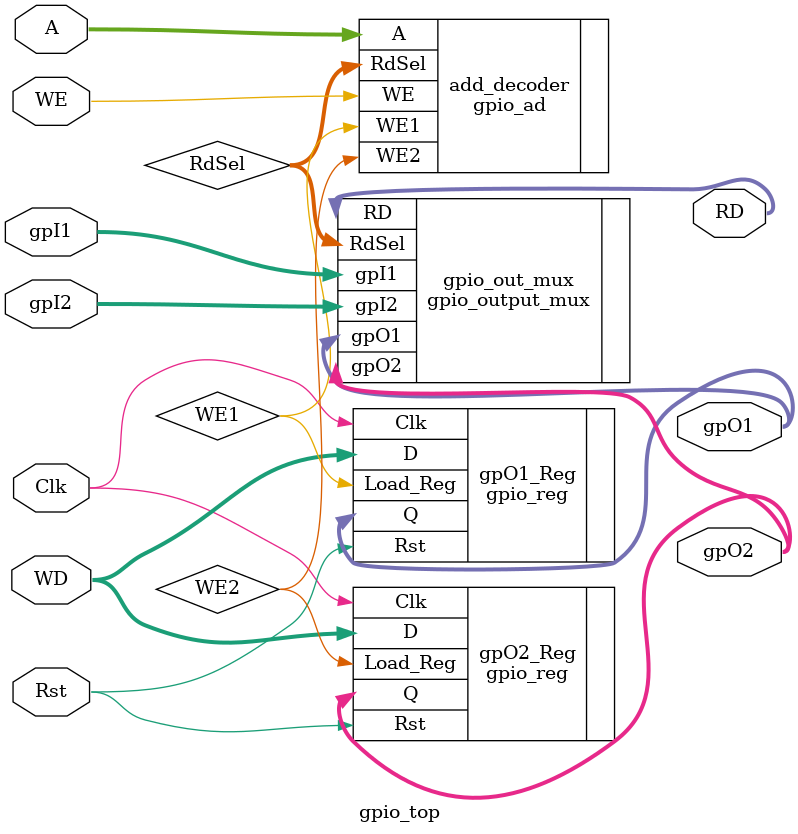
<source format=v>
module gpio_top (
		input wire				Clk, Rst, WE,
		input wire  [1:0]		A,
		input wire  [31:0]		gpI1, gpI2, WD,
		output wire [31:0]		RD, gpO1, gpO2
	);
	
	wire			WE1, WE2;
	wire [1:0]		RdSel;
	
	gpio_ad add_decoder (
		.A			(A),
		.WE			(WE),
		.WE1		(WE1),
		.WE2		(WE2),
		.RdSel		(RdSel)
	);
	
	gpio_reg #(32) gpO1_Reg (
		.Clk		(Clk),
		.Rst		(Rst),
		.Load_Reg	(WE1),
		.D			(WD),
		.Q			(gpO1)
	);
	
	gpio_reg #(32) gpO2_Reg (
		.Clk		(Clk),
		.Rst		(Rst),
		.Load_Reg	(WE2),
		.D			(WD),
		.Q			(gpO2)
	);
	
	gpio_output_mux #(32) gpio_out_mux (
		.RdSel		(RdSel),
		.gpI1		(gpI1),
		.gpI2		(gpI2),
		.gpO1		(gpO1),
		.gpO2		(gpO2),
		.RD			(RD)
	);
	
endmodule
</source>
